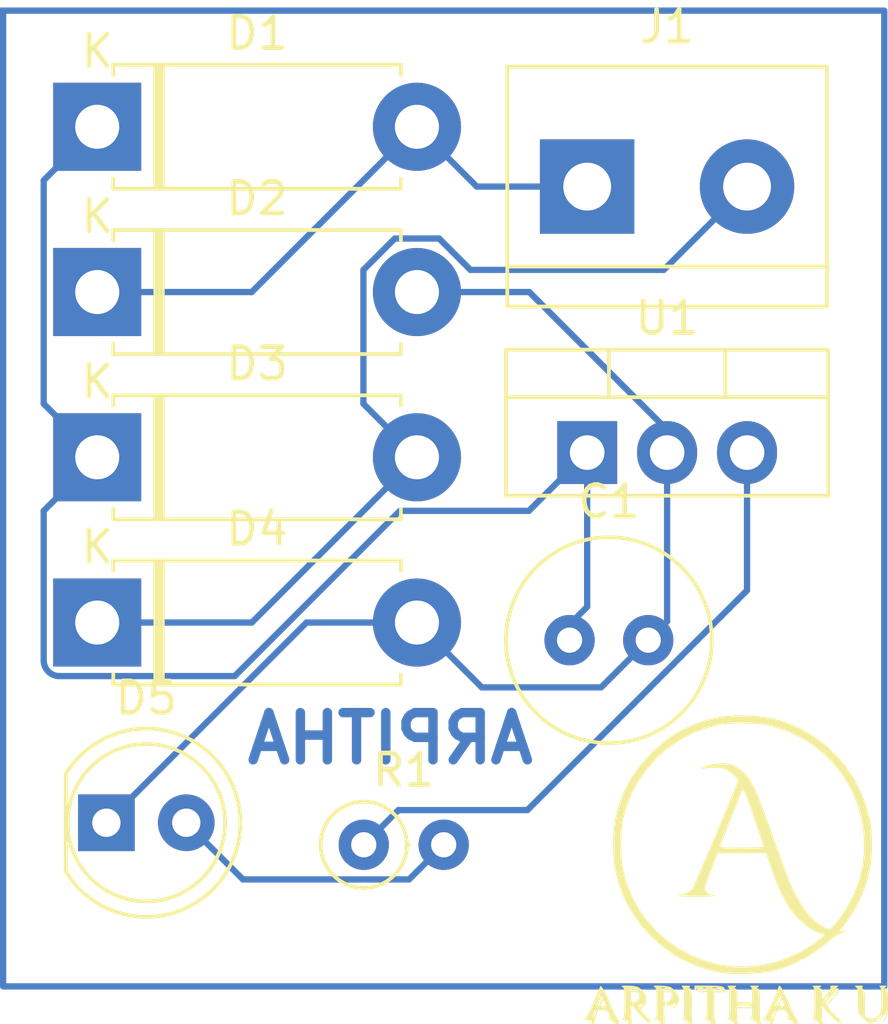
<source format=kicad_pcb>
(kicad_pcb (version 20241229) (generator "pcbnew") (generator_version "9.0")
  (layers (0 "F.Cu" signal) (2 "B.Cu" signal) (13 "F.Paste" user) (15 "B.Paste" user) (5 "F.SilkS" user "F.Silkscreen") (7 "B.SilkS" user "B.Silkscreen") (1 "F.Mask" user) (3 "B.Mask" user) (25 "Edge.Cuts" user))
  (net 0 "")
  (net 1 "GND")
  (net 2 "Net-(D1-K)")
  (net 3 "Net-(D5-A)")
  (net 4 "Net-(U1-OUT)")
  (net 5 "input1")
  (net 6 "input2")
  (footprint "Diode_THT:D_5W_P10.16mm_Horizontal" (layer "F.Cu") (at 113.49 86.44)
    (property "Reference" "D4" (at 5.08 -2.97 0) (layer "F.SilkS"))
    (property "Value" "D")
    (fp_line (start 0.51 -1.97) (end 9.65 -1.97) (stroke (width 0.12)) (layer "F.SilkS"))
    (fp_line (start 0.51 -1.64) (end 0.51 -1.97) (stroke (width 0.12)) (layer "F.SilkS"))
    (fp_line (start 0.51 1.64) (end 0.51 1.97) (stroke (width 0.12)) (layer "F.SilkS"))
    (fp_line (start 0.51 1.97) (end 9.65 1.97) (stroke (width 0.12)) (layer "F.SilkS"))
    (fp_line (start 1.845 -1.97) (end 1.845 1.97) (stroke (width 0.12)) (layer "F.SilkS"))
    (fp_line (start 1.965 -1.97) (end 1.965 1.97) (stroke (width 0.12)) (layer "F.SilkS"))
    (fp_line (start 2.085 -1.97) (end 2.085 1.97) (stroke (width 0.12)) (layer "F.SilkS"))
    (fp_line (start 9.65 -1.97) (end 9.65 -1.64) (stroke (width 0.12)) (layer "F.SilkS"))
    (fp_line (start 9.65 1.97) (end 9.65 1.64) (stroke (width 0.12)) (layer "F.SilkS"))
    (fp_text user "K" (at 0 -2.4 0) (layer "F.SilkS"))
    (pad "1" thru_hole rect (at 0 0) (size 2.8 2.8) (drill 1.4) (layers "*.Cu" "*.Mask") (net 6 "input2"))
    (pad "2" thru_hole oval (at 10.16 0) (size 2.8 2.8) (drill 1.4) (layers "*.Cu" "*.Mask") (net 1 "GND"))
  )
  (footprint "Diode_THT:D_5W_P10.16mm_Horizontal" (layer "F.Cu") (at 113.49 75.94)
    (property "Reference" "D2" (at 5.08 -2.97 0) (layer "F.SilkS"))
    (property "Value" "D")
    (fp_line (start 0.51 -1.97) (end 9.65 -1.97) (stroke (width 0.12)) (layer "F.SilkS"))
    (fp_line (start 0.51 -1.64) (end 0.51 -1.97) (stroke (width 0.12)) (layer "F.SilkS"))
    (fp_line (start 0.51 1.64) (end 0.51 1.97) (stroke (width 0.12)) (layer "F.SilkS"))
    (fp_line (start 0.51 1.97) (end 9.65 1.97) (stroke (width 0.12)) (layer "F.SilkS"))
    (fp_line (start 1.845 -1.97) (end 1.845 1.97) (stroke (width 0.12)) (layer "F.SilkS"))
    (fp_line (start 1.965 -1.97) (end 1.965 1.97) (stroke (width 0.12)) (layer "F.SilkS"))
    (fp_line (start 2.085 -1.97) (end 2.085 1.97) (stroke (width 0.12)) (layer "F.SilkS"))
    (fp_line (start 9.65 -1.97) (end 9.65 -1.64) (stroke (width 0.12)) (layer "F.SilkS"))
    (fp_line (start 9.65 1.97) (end 9.65 1.64) (stroke (width 0.12)) (layer "F.SilkS"))
    (fp_text user "K" (at 0 -2.4 0) (layer "F.SilkS"))
    (pad "1" thru_hole rect (at 0 0) (size 2.8 2.8) (drill 1.4) (layers "*.Cu" "*.Mask") (net 5 "input1"))
    (pad "2" thru_hole oval (at 10.16 0) (size 2.8 2.8) (drill 1.4) (layers "*.Cu" "*.Mask") (net 1 "GND"))
  )
  (footprint "Resistor_THT:R_Axial_DIN0207_L6.3mm_D2.5mm_P2.54mm_Vertical" (layer "F.Cu") (at 121.96 93.5)
    (property "Reference" "R1" (at 1.27 -2.37 0) (layer "F.SilkS"))
    (property "Value" "R")
    (fp_line (start 1.37 0) (end 1.44 0) (stroke (width 0.12)) (layer "F.SilkS"))
    (fp_circle (center 0 0) (end 1.37 0) (stroke (width 0.12)) (fill no) (layer "F.SilkS"))
    (pad "1" thru_hole circle (at 0 0) (size 1.6 1.6) (drill 0.8) (layers "*.Cu" "*.Mask") (net 4 "Net-(U1-OUT)"))
    (pad "2" thru_hole oval (at 2.54 0) (size 1.6 1.6) (drill 0.8) (layers "*.Cu" "*.Mask") (net 3 "Net-(D5-A)"))
  )
  (footprint "Package_TO_SOT_THT:TO-220-3_Vertical" (layer "F.Cu") (at 129.06 81.04)
    (property "Reference" "U1" (at 2.54 -4.27 0) (layer "F.SilkS"))
    (property "Value" "L7805")
    (fp_line (start -2.58 -3.27) (end -2.58 1.371) (stroke (width 0.12)) (layer "F.SilkS"))
    (fp_line (start -2.58 -3.27) (end 7.66 -3.27) (stroke (width 0.12)) (layer "F.SilkS"))
    (fp_line (start -2.58 -1.76) (end 7.66 -1.76) (stroke (width 0.12)) (layer "F.SilkS"))
    (fp_line (start -2.58 1.371) (end 7.66 1.371) (stroke (width 0.12)) (layer "F.SilkS"))
    (fp_line (start 0.69 -3.27) (end 0.69 -1.76) (stroke (width 0.12)) (layer "F.SilkS"))
    (fp_line (start 4.391 -3.27) (end 4.391 -1.76) (stroke (width 0.12)) (layer "F.SilkS"))
    (fp_line (start 7.66 -3.27) (end 7.66 1.371) (stroke (width 0.12)) (layer "F.SilkS"))
    (pad "1" thru_hole rect (at 0 0) (size 1.905 2) (drill 1.1) (layers "*.Cu" "*.Mask") (net 2 "Net-(D1-K)"))
    (pad "2" thru_hole oval (at 2.54 0) (size 1.905 2) (drill 1.1) (layers "*.Cu" "*.Mask") (net 1 "GND"))
    (pad "3" thru_hole oval (at 5.08 0) (size 1.905 2) (drill 1.1) (layers "*.Cu" "*.Mask") (net 4 "Net-(U1-OUT)"))
  )
  (footprint "Diode_THT:D_5W_P10.16mm_Horizontal" (layer "F.Cu") (at 113.49 81.19)
    (property "Reference" "D3" (at 5.08 -2.97 0) (layer "F.SilkS"))
    (property "Value" "D")
    (fp_line (start 0.51 -1.97) (end 9.65 -1.97) (stroke (width 0.12)) (layer "F.SilkS"))
    (fp_line (start 0.51 -1.64) (end 0.51 -1.97) (stroke (width 0.12)) (layer "F.SilkS"))
    (fp_line (start 0.51 1.64) (end 0.51 1.97) (stroke (width 0.12)) (layer "F.SilkS"))
    (fp_line (start 0.51 1.97) (end 9.65 1.97) (stroke (width 0.12)) (layer "F.SilkS"))
    (fp_line (start 1.845 -1.97) (end 1.845 1.97) (stroke (width 0.12)) (layer "F.SilkS"))
    (fp_line (start 1.965 -1.97) (end 1.965 1.97) (stroke (width 0.12)) (layer "F.SilkS"))
    (fp_line (start 2.085 -1.97) (end 2.085 1.97) (stroke (width 0.12)) (layer "F.SilkS"))
    (fp_line (start 9.65 -1.97) (end 9.65 -1.64) (stroke (width 0.12)) (layer "F.SilkS"))
    (fp_line (start 9.65 1.97) (end 9.65 1.64) (stroke (width 0.12)) (layer "F.SilkS"))
    (fp_text user "K" (at 0 -2.4 0) (layer "F.SilkS"))
    (pad "1" thru_hole rect (at 0 0) (size 2.8 2.8) (drill 1.4) (layers "*.Cu" "*.Mask") (net 2 "Net-(D1-K)"))
    (pad "2" thru_hole oval (at 10.16 0) (size 2.8 2.8) (drill 1.4) (layers "*.Cu" "*.Mask") (net 6 "input2"))
  )
  (footprint "Diode_THT:D_5W_P10.16mm_Horizontal" (layer "F.Cu") (at 113.49 70.69)
    (property "Reference" "D1" (at 5.08 -2.97 0) (layer "F.SilkS"))
    (property "Value" "D")
    (fp_line (start 0.51 -1.97) (end 9.65 -1.97) (stroke (width 0.12)) (layer "F.SilkS"))
    (fp_line (start 0.51 -1.64) (end 0.51 -1.97) (stroke (width 0.12)) (layer "F.SilkS"))
    (fp_line (start 0.51 1.64) (end 0.51 1.97) (stroke (width 0.12)) (layer "F.SilkS"))
    (fp_line (start 0.51 1.97) (end 9.65 1.97) (stroke (width 0.12)) (layer "F.SilkS"))
    (fp_line (start 1.845 -1.97) (end 1.845 1.97) (stroke (width 0.12)) (layer "F.SilkS"))
    (fp_line (start 1.965 -1.97) (end 1.965 1.97) (stroke (width 0.12)) (layer "F.SilkS"))
    (fp_line (start 2.085 -1.97) (end 2.085 1.97) (stroke (width 0.12)) (layer "F.SilkS"))
    (fp_line (start 9.65 -1.97) (end 9.65 -1.64) (stroke (width 0.12)) (layer "F.SilkS"))
    (fp_line (start 9.65 1.97) (end 9.65 1.64) (stroke (width 0.12)) (layer "F.SilkS"))
    (fp_text user "K" (at 0 -2.4 0) (layer "F.SilkS"))
    (pad "1" thru_hole rect (at 0 0) (size 2.8 2.8) (drill 1.4) (layers "*.Cu" "*.Mask") (net 2 "Net-(D1-K)"))
    (pad "2" thru_hole oval (at 10.16 0) (size 2.8 2.8) (drill 1.4) (layers "*.Cu" "*.Mask") (net 5 "input1"))
  )
  (footprint "TerminalBlock:TerminalBlock_bornier-2_P5.08mm" (layer "F.Cu") (at 129.06 72.59)
    (property "Reference" "J1" (at 2.54 -5.08 0) (layer "F.SilkS"))
    (property "Value" "Conn_01x02_Pin")
    (fp_line (start -2.54 -3.81) (end -2.54 3.81) (stroke (width 0.12)) (layer "F.SilkS"))
    (fp_line (start -2.54 3.81) (end 7.62 3.81) (stroke (width 0.12)) (layer "F.SilkS"))
    (fp_line (start 7.62 -3.81) (end -2.54 -3.81) (stroke (width 0.12)) (layer "F.SilkS"))
    (fp_line (start 7.62 2.54) (end -2.54 2.54) (stroke (width 0.12)) (layer "F.SilkS"))
    (fp_line (start 7.62 3.81) (end 7.62 -3.81) (stroke (width 0.12)) (layer "F.SilkS"))
    (pad "1" thru_hole rect (at 0 0) (size 3 3) (drill 1.52) (layers "*.Cu" "*.Mask") (net 5 "input1"))
    (pad "2" thru_hole circle (at 5.08 0) (size 3 3) (drill 1.52) (layers "*.Cu" "*.Mask") (net 6 "input2"))
  )
  (footprint "LED_THT:LED_D5.0mm" (layer "F.Cu") (at 113.78 92.8)
    (property "Reference" "D5" (at 1.27 -3.96 0) (layer "F.SilkS"))
    (property "Value" "LED")
    (fp_line (start -1.29 -1.545) (end -1.29 1.545) (stroke (width 0.12)) (layer "F.SilkS"))
    (fp_arc (start -1.29 -1.54483) (mid 2.071756 -2.880501) (end 4.26 -0.000048) (stroke (width 0.12)) (layer "F.SilkS"))
    (fp_arc (start 4.26 0.000048) (mid 2.071756 2.880501) (end -1.29 1.54483) (stroke (width 0.12)) (layer "F.SilkS"))
    (fp_circle (center 1.27 0) (end 3.77 0) (stroke (width 0.12)) (fill no) (layer "F.SilkS"))
    (pad "1" thru_hole rect (at 0 0) (size 1.8 1.8) (drill 0.9) (layers "*.Cu" "*.Mask") (net 1 "GND"))
    (pad "2" thru_hole circle (at 2.54 0) (size 1.8 1.8) (drill 0.9) (layers "*.Cu" "*.Mask") (net 3 "Net-(D5-A)"))
  )
  (footprint "LOGO" (layer "F.Cu") (at 134 93.5)
    (property "Reference" "G***" (hide yes))
    (property "Value" "LOGO" (hide yes))
    (fp_poly (pts (xy -2.852246 5.68948) (xy -2.867258 5.704491) (xy -2.88227 5.68948) (xy -2.867258 5.674468)) (fill yes) (layer "F.SilkS"))
    (fp_poly (pts (xy 4.413475 5.659456) (xy 4.398463 5.674468) (xy 4.383451 5.659456) (xy 4.398463 5.644444)) (fill yes) (layer "F.SilkS"))
    (fp_poly (pts (xy 4.345296 5.686352) (xy 4.336342 5.699998) (xy 4.30589 5.702121) (xy 4.273854 5.694789) (xy 4.287751 5.683982) (xy 4.334674 5.680403)) (fill yes) (layer "F.SilkS"))
    (fp_poly (pts (xy -1.712341 4.475638) (xy -1.671923 4.48455) (xy -1.670805 4.504103) (xy -1.681324 4.518558) (xy -1.70131 4.5543) (xy -1.669819 4.565576) (xy -1.662483 4.565963) (xy -1.632223 4.573692) (xy -1.643795 4.583477) (xy -1.678567 4.614702) (xy -1.681324 4.626142) (xy -1.657567 4.65173) (xy -1.643795 4.653659) (xy -1.629448 4.66787) (xy -1.619497 4.714856) (xy -1.613534 4.801133) (xy -1.611151 4.933223) (xy -1.61194 5.117644) (xy -1.612372 5.155647) (xy -1.613428 5.359343) (xy -1.610726 5.508472) (xy -1.603959 5.608415) (xy -1.592818 5.664553) (xy -1.582349 5.680606) (xy -1.581467 5.696312) (xy -1.631234 5.703829) (xy -1.642852 5.704032) (xy -1.708655 5.697627) (xy -1.725926 5.673647) (xy -1.722205 5.659456) (xy -1.725215 5.626144) (xy -1.775716 5.614287) (xy -1.790701 5.613961) (xy -1.844888 5.609529) (xy -1.845111 5.594357) (xy -1.831442 5.584397) (xy -1.812472 5.56392) (xy -1.844912 5.555107) (xy -1.876478 5.55392) (xy -1.93357 5.550022) (xy -1.9371 5.537321) (xy -1.914007 5.521945) (xy -1.893615 5.503954) (xy -1.87923 5.471395) (xy -1.869837 5.414914) (xy -1.864423 5.325161) (xy -1.861974 5.192782) (xy -1.861466 5.037338) (xy -1.862436 4.856594) (xy -1.865974 4.726225) (xy -1.873022 4.63658) (xy -1.884523 4.578009) (xy -1.901419 4.540861) (xy -1.911155 4.528428) (xy -1.93602 4.496696) (xy -1.929436 4.480368) (xy -1.881306 4.474346) (xy -1.802396 4.473522)) (fill yes) (layer "F.SilkS"))
    (fp_poly (pts (xy 4.545395 4.475082) (xy 4.577476 4.482822) (xy 4.567161 4.501327) (xy 4.546814 4.517603) (xy 4.508744 4.550316) (xy 4.518813 4.561467) (xy 4.540133 4.562638) (xy 4.577075 4.580776) (xy 4.57445 4.608629) (xy 4.575771 4.647187) (xy 4.590404 4.653664) (xy 4.604589 4.681416) (xy 4.614739 4.755842) (xy 4.620759 4.8637) (xy 4.622555 4.991746) (xy 4.620031 5.126737) (xy 4.613093 5.25543) (xy 4.601646 5.364581) (xy 4.59575 5.399981) (xy 4.56466 5.497476) (xy 4.518373 5.579103) (xy 4.5042 5.595134) (xy 4.437926 5.659456) (xy 4.500647 5.554373) (xy 4.541213 5.472069) (xy 4.562455 5.400982) (xy 4.563369 5.389243) (xy 4.557656 5.359727) (xy 4.536296 5.376987) (xy 4.504867 5.425141) (xy 4.405863 5.542301) (xy 4.281067 5.606589) (xy 4.176312 5.62227) (xy 4.092353 5.631936) (xy 4.055943 5.649216) (xy 4.071509 5.669248) (xy 4.120744 5.683303) (xy 4.166576 5.693411) (xy 4.154639 5.698225) (xy 4.125249 5.700403) (xy 4.064214 5.685853) (xy 3.982319 5.644333) (xy 3.944031 5.61889) (xy 3.887132 5.572463) (xy 4.190834 5.572463) (xy 4.194391 5.582494) (xy 4.247051 5.572223) (xy 4.306558 5.549746) (xy 4.379696 5.497953) (xy 4.432198 5.437157) (xy 4.481786 5.35922) (xy 4.395089 5.440063) (xy 4.317646 5.501893) (xy 4.241935 5.547058) (xy 4.233333 5.550748) (xy 4.190834 5.572463) (xy 3.887132 5.572463) (xy 3.85138 5.543291) (xy 3.76477 5.459389) (xy 3.744372 5.436444) (xy 3.71091 5.394233) (xy 3.688143 5.353342) (xy 3.674015 5.301573) (xy 3.666467 5.226727) (xy 3.663443 5.116607) (xy 3.662884 4.959013) (xy 3.662884 4.953299) (xy 3.662283 4.793966) (xy 3.659361 4.68378) (xy 3.652439 4.611847) (xy 3.639837 4.567271) (xy 3.619878 4.539156) (xy 3.596156 4.52026) (xy 3.561588 4.493415) (xy 3.562689 4.4795) (xy 3.607949 4.474282) (xy 3.689903 4.473522) (xy 3.780742 4.475605) (xy 3.821929 4.484373) (xy 3.82379 4.503602) (xy 3.813002 4.518558) (xy 3.790889 4.55462) (xy 3.812538 4.563593) (xy 3.835826 4.58523) (xy 3.832168 4.608629) (xy 3.835006 4.647119) (xy 3.851474 4.653635) (xy 3.86747 4.671429) (xy 3.878496 4.728908) (xy 3.885116 4.832169) (xy 3.887893 4.987308) (xy 3.888061 5.050238) (xy 3.888061 5.44687) (xy 3.967688 5.491623) (xy 4.076552 5.521064) (xy 4.191606 5.500436) (xy 4.295621 5.434963) (xy 4.344912 5.377297) (xy 4.374661 5.327432) (xy 4.394365 5.274356) (xy 4.406047 5.204624) (xy 4.411728 5.104792) (xy 4.413433 4.961416) (xy 4.413475 4.921581) (xy 4.411824 4.760877) (xy 4.406052 4.649706) (xy 4.394929 4.577623) (xy 4.377227 4.534184) (xy 4.366295 4.520702) (xy 4.34376 4.492489) (xy 4.356658 4.4785) (xy 4.414891 4.47386) (xy 4.462104 4.473522)) (fill yes) (layer "F.SilkS"))
    (fp_poly (pts (xy -2.492418 4.479734) (xy -2.369888 4.496429) (xy -2.296267 4.516849) (xy -2.210268 4.575811) (xy -2.125572 4.670699) (xy -2.056218 4.781262) (xy -2.016246 4.887252) (xy -2.011584 4.927451) (xy -2.030874 5.003407) (xy -2.078874 5.085703) (xy -2.140782 5.15504) (xy -2.201792 5.192114) (xy -2.216087 5.19409) (xy -2.241205 5.18693) (xy -2.216871 5.160754) (xy -2.198407 5.147352) (xy -2.142886 5.097666) (xy -2.136329 5.068483) (xy -2.175301 5.0691) (xy -2.220259 5.088236) (xy -2.286049 5.11493) (xy -2.351421 5.130942) (xy -2.401773 5.135002) (xy -2.422502 5.125842) (xy -2.401892 5.104019) (xy -2.378912 5.082323) (xy -2.408979 5.074841) (xy -2.426955 5.074455) (xy -2.458074 5.076221) (xy -2.477874 5.089128) (xy -2.48839 5.123847) (xy -2.491657 5.191053) (xy -2.489712 5.301418) (xy -2.487002 5.389271) (xy -2.476951 5.704547) (xy -2.563192 5.704519) (xy -2.620318 5.699976) (xy -2.62715 5.680597) (xy -2.612057 5.659456) (xy -2.594345 5.627613) (xy -2.621556 5.615454) (xy -2.660922 5.613961) (xy -2.715364 5.609536) (xy -2.715845 5.594414) (xy -2.702128 5.584397) (xy -2.685598 5.564601) (xy -2.71996 5.554974) (xy -2.762175 5.55293) (xy -2.826901 5.549675) (xy -2.837211 5.541181) (xy -2.799705 5.523414) (xy -2.77409 5.510911) (xy -2.755935 5.491109) (xy -2.743956 5.454669) (xy -2.736872 5.392251) (xy -2.733399 5.294517) (xy -2.732255 5.152126) (xy -2.732152 5.031629) (xy -2.732551 4.854835) (xy -2.732648 4.848818) (xy -2.491963 4.848818) (xy -2.489223 4.944512) (xy -2.477716 4.994357) (xy -2.452509 5.012427) (xy -2.434094 5.013948) (xy -2.376465 4.991702) (xy -2.31642 4.937864) (xy -2.314 4.93484) (xy -2.269565 4.852399) (xy -2.251773 4.76971) (xy -2.256912 4.714507) (xy -2.283764 4.689965) (xy -2.349481 4.683799) (xy -2.371868 4.683688) (xy -2.491963 4.683688) (xy -2.491963 4.848818) (xy -2.732648 4.848818) (xy -2.734596 4.728351) (xy -2.739558 4.642441) (xy -2.742681 4.62364) (xy -2.55201 4.62364) (xy -2.525154 4.641448) (xy -2.457114 4.652211) (xy -2.415132 4.653664) (xy -2.331683 4.647954) (xy -2.295851 4.632274) (xy -2.296809 4.62364) (xy -2.336174 4.604449) (xy -2.410845 4.594165) (xy -2.433687 4.593617) (xy -2.508233 4.600369) (xy -2.549257 4.617208) (xy -2.55201 4.62364) (xy -2.742681 4.62364) (xy -2.748706 4.58737) (xy -2.763311 4.5534) (xy -2.765011 4.551599) (xy -2.583872 4.551599) (xy -2.542357 4.556337) (xy -2.521986 4.556627) (xy -2.467364 4.553497) (xy -2.460926 4.545704) (xy -2.469445 4.542897) (xy -2.545592 4.538228) (xy -2.574528 4.542897) (xy -2.583872 4.551599) (xy -2.765011 4.551599) (xy -2.784643 4.530797) (xy -2.798879 4.52026) (xy -2.82826 4.496919) (xy -2.828292 4.482993) (xy -2.790393 4.476068) (xy -2.705984 4.473729) (xy -2.632785 4.473522)) (fill yes) (layer "F.SilkS"))
    (fp_poly (pts (xy -0.901327 4.475426) (xy -0.76123 4.482288) (xy -0.665762 4.495837) (xy -0.607255 4.5178) (xy -0.578045 4.549907) (xy -0.57045 4.591472) (xy -0.548864 4.622339) (xy -0.540426 4.62364) (xy -0.512483 4.647353) (xy -0.510339 4.66117) (xy -0.529575 4.682018) (xy -0.592542 4.69079) (xy -0.706837 4.688572) (xy -0.903399 4.678445) (xy -0.899272 5.153939) (xy -0.895842 5.330736) (xy -0.889235 5.479672) (xy -0.880098 5.591297) (xy -0.869077 5.656158) (xy -0.864228 5.666962) (xy -0.856121 5.693389) (xy -0.896441 5.703764) (xy -0.926115 5.704491) (xy -0.989974 5.697259) (xy -1.005091 5.671587) (xy -1.001638 5.659456) (xy -1.004647 5.626144) (xy -1.055149 5.614287) (xy -1.070133 5.613961) (xy -1.12432 5.609529) (xy -1.124544 5.594357) (xy -1.110875 5.584397) (xy -1.091904 5.56392) (xy -1.124345 5.555107) (xy -1.15591 5.55392) (xy -1.213003 5.550022) (xy -1.216532 5.537321) (xy -1.19344 5.521945) (xy -1.172034 5.502848) (xy -1.157287 5.468221) (xy -1.148005 5.408139) (xy -1.142999 5.312683) (xy -1.141076 5.171929) (xy -1.140899 5.084361) (xy -1.140899 4.677381) (xy -1.260993 4.688833) (xy -1.347773 4.688898) (xy -1.380831 4.667905) (xy -1.381088 4.66482) (xy -1.355471 4.64274) (xy -1.276967 4.643478) (xy -1.260993 4.645462) (xy -1.174437 4.649274) (xy -1.1412 4.630781) (xy -1.140899 4.627594) (xy -1.145381 4.62364) (xy -0.960757 4.62364) (xy -0.933754 4.640767) (xy -0.864713 4.651638) (xy -0.810639 4.653664) (xy -0.725005 4.648263) (xy -0.687172 4.638652) (xy -0.630497 4.638652) (xy -0.615485 4.653664) (xy -0.600473 4.638652) (xy -0.615485 4.62364) (xy -0.630497 4.638652) (xy -0.687172 4.638652) (xy -0.670651 4.634455) (xy -0.66052 4.62364) (xy -0.687523 4.606514) (xy -0.756564 4.595643) (xy -0.810639 4.593617) (xy -0.896273 4.599017) (xy -0.950626 4.612825) (xy -0.960757 4.62364) (xy -1.145381 4.62364) (xy -1.166537 4.604978) (xy -1.22863 4.594899) (xy -1.304945 4.597182) (xy -1.373251 4.611656) (xy -1.405107 4.629645) (xy -1.433581 4.646114) (xy -1.442053 4.609078) (xy -1.44209 4.607127) (xy -1.445211 4.566481) (xy -1.461496 4.574052) (xy -1.487125 4.606861) (xy -1.517247 4.641904) (xy -1.529135 4.631086) (xy -1.531206 4.569331) (xy -1.531206 4.552344) (xy -1.26516 4.552344) (xy -1.225281 4.557542) (xy -1.215958 4.55774) (xy -1.164683 4.554495) (xy -1.162009 4.548928) (xy -0.973673 4.548928) (xy -0.941223 4.553655) (xy -0.885698 4.555006) (xy -0.814496 4.553098) (xy -0.78847 4.547747) (xy -0.80272 4.542458) (xy -0.885087 4.537052) (xy -0.952838 4.542049) (xy -0.973673 4.548928) (xy -1.162009 4.548928) (xy -1.160168 4.545096) (xy -1.162845 4.543899) (xy -1.222448 4.53796) (xy -1.252916 4.542787) (xy -1.26516 4.552344) (xy -1.531206 4.552344) (xy -1.531206 4.473522) (xy -1.093719 4.473522)) (fill yes) (layer "F.SilkS"))
    (fp_poly (pts (xy -3.479059 4.482245) (xy -3.351251 4.507486) (xy -3.317196 4.520768) (xy -3.218832 4.591112) (xy -3.132125 4.69401) (xy -3.071292 4.808837) (xy -3.050402 4.907743) (xy -3.069085 5.009939) (xy -3.116822 5.104588) (xy -3.181151 5.170563) (xy -3.214505 5.185907) (xy -3.242148 5.198984) (xy -3.242391 5.225297) (xy -3.211348 5.276886) (xy -3.16481 5.33992) (xy -3.091934 5.423981) (xy -3.017903 5.490528) (xy -2.978245 5.515489) (xy -2.935234 5.541064) (xy -2.939197 5.554773) (xy -2.942317 5.555129) (xy -2.961586 5.564498) (xy -2.927305 5.584397) (xy -2.867258 5.6102) (xy -2.927305 5.61277) (xy -2.966827 5.619243) (xy -2.950749 5.638842) (xy -2.942317 5.644444) (xy -2.913434 5.667827) (xy -2.93855 5.673898) (xy -2.945596 5.674008) (xy -3.003326 5.651942) (xy -3.085374 5.591917) (xy -3.18053 5.504387) (xy -3.27759 5.399805) (xy -3.365345 5.288623) (xy -3.377828 5.270842) (xy -3.439521 5.18664) (xy -3.474722 5.145251) (xy -3.317236 5.145251) (xy -3.311941 5.162232) (xy -3.299748 5.163398) (xy -3.244754 5.143102) (xy -3.197518 5.104019) (xy -3.165454 5.058867) (xy -3.176004 5.046855) (xy -3.221707 5.067984) (xy -3.272577 5.104019) (xy -3.317236 5.145251) (xy -3.474722 5.145251) (xy -3.490518 5.126678) (xy -3.519613 5.104019) (xy -3.532009 5.131262) (xy -3.539067 5.202424) (xy -3.541188 5.30165) (xy -3.538775 5.413084) (xy -3.53223 5.520875) (xy -3.521954 5.609166) (xy -3.50835 5.662103) (xy -3.505338 5.666962) (xy -3.498515 5.693086) (xy -3.539796 5.70364) (xy -3.572814 5.704491) (xy -3.635905 5.700608) (xy -3.649106 5.683995) (xy -3.632861 5.659456) (xy -3.61605 5.629121) (xy -3.641185 5.616342) (xy -3.696738 5.613961) (xy -3.759202 5.609762) (xy -3.767623 5.596018) (xy -3.752955 5.584397) (xy -3.73384 5.563722) (xy -3.766021 5.554201) (xy -3.797991 5.552463) (xy -3.847134 5.546064) (xy -3.846878 5.534115) (xy -3.843026 5.532489) (xy -3.809743 5.515079) (xy -3.785886 5.486094) (xy -3.769896 5.436416) (xy -3.760215 5.356928) (xy -3.755286 5.238512) (xy -3.75355 5.072053) (xy -3.753415 5.008144) (xy -3.753662 4.848818) (xy -3.54279 4.848818) (xy -3.536204 4.954832) (xy -3.511856 5.007772) (xy -3.462856 5.013616) (xy -3.389261 4.982099) (xy -3.326277 4.919987) (xy -3.288442 4.830028) (xy -3.288136 4.7421) (xy -3.288848 4.739769) (xy -3.318868 4.700579) (xy -3.385597 4.684847) (xy -3.424719 4.683688) (xy -3.54279 4.683688) (xy -3.54279 4.848818) (xy -3.753662 4.848818) (xy -3.753681 4.836456) (xy -3.755806 4.714768) (xy -3.761154 4.633036) (xy -3.764166 4.617326) (xy -3.589658 4.617326) (xy -3.587825 4.62364) (xy -3.54852 4.642712) (xy -3.473658 4.653052) (xy -3.449175 4.653664) (xy -3.373974 4.647251) (xy -3.345804 4.629955) (xy -3.347636 4.62364) (xy -3.386942 4.604569) (xy -3.461804 4.594228) (xy -3.486286 4.593617) (xy -3.561487 4.60003) (xy -3.589658 4.617326) (xy -3.764166 4.617326) (xy -3.77109 4.581215) (xy -3.786978 4.54926) (xy -3.810181 4.527126) (xy -3.819683 4.52026) (xy -3.84895 4.496996) (xy -3.848996 4.483077) (xy -3.811245 4.476121) (xy -3.727126 4.473743) (xy -3.651585 4.473522)) (fill yes) (layer "F.SilkS"))
    (fp_poly (pts (xy 0.47021 4.475216) (xy 0.515844 4.480992) (xy 0.519404 4.494988) (xy 0.493622 4.517603) (xy 0.455552 4.550316) (xy 0.465621 4.561467) (xy 0.486942 4.562638) (xy 0.523884 4.580776) (xy 0.521259 4.608629) (xy 0.519043 4.647367) (xy 0.529707 4.653661) (xy 0.537994 4.682012) (xy 0.544435 4.760414) (xy 0.548626 4.878886) (xy 0.550161 5.027451) (xy 0.549483 5.14034) (xy 0.549055 5.346659) (xy 0.553234 5.505447) (xy 0.561817 5.61267) (xy 0.574605 5.664298) (xy 0.575677 5.665756) (xy 0.585731 5.69287) (xy 0.548604 5.703578) (xy 0.51502 5.704491) (xy 0.451161 5.697259) (xy 0.436044 5.671587) (xy 0.439497 5.659456) (xy 0.436487 5.626144) (xy 0.385986 5.614287) (xy 0.371001 5.613961) (xy 0.316814 5.609529) (xy 0.316591 5.594357) (xy 0.33026 5.584397) (xy 0.34923 5.56392) (xy 0.31679 5.555107) (xy 0.285224 5.55392) (xy 0.228132 5.550022) (xy 0.224602 5.537321) (xy 0.247695 5.521945) (xy 0.282569 5.481652) (xy 0.298263 5.404679) (xy 0.300236 5.342716) (xy 0.300236 5.19409) (xy 0.058033 5.19409) (xy -0.184171 5.19409) (xy -0.178039 5.411761) (xy -0.171126 5.524179) (xy -0.158716 5.614929) (xy -0.143406 5.665452) (xy -0.142324 5.666962) (xy -0.135682 5.693495) (xy -0.177864 5.703847) (xy -0.205547 5.704491) (xy -0.269406 5.697259) (xy -0.284524 5.671587) (xy -0.28107 5.659456) (xy -0.28408 5.626144) (xy -0.334582 5.614287) (xy -0.349566 5.613961) (xy -0.403753 5.609529) (xy -0.403976 5.594357) (xy -0.390308 5.584397) (xy -0.371337 5.56392) (xy -0.403778 5.555107) (xy -0.435343 5.55392) (xy -0.492435 5.550022) (xy -0.495965 5.537321) (xy -0.472873 5.521945) (xy -0.45293 5.50443) (xy -0.438717 5.472752) (xy -0.429292 5.417808) (xy -0.423714 5.330498) (xy -0.421041 5.201719) (xy -0.420773 5.134042) (xy -0.180142 5.134042) (xy -0.152051 5.148911) (xy -0.07536 5.159359) (xy 0.03856 5.163966) (xy 0.060047 5.164066) (xy 0.178995 5.160555) (xy 0.262581 5.150968) (xy 0.299435 5.136728) (xy 0.300236 5.134042) (xy 0.272145 5.119174) (xy 0.195454 5.108725) (xy 0.081534 5.104119) (xy 0.060047 5.104019) (xy -0.058901 5.10753) (xy -0.142487 5.117116) (xy -0.179342 5.131356) (xy -0.180142 5.134042) (xy -0.420773 5.134042) (xy -0.420332 5.022369) (xy -0.420331 5.013948) (xy -0.420981 4.832368) (xy -0.423556 4.701726) (xy -0.428999 4.61292) (xy -0.43825 4.556848) (xy -0.452252 4.524408) (xy -0.471946 4.506498) (xy -0.472873 4.505951) (xy -0.488877 4.488683) (xy -0.458992 4.478795) (xy -0.376992 4.474728) (xy -0.34704 4.474435) (xy -0.250358 4.475216) (xy -0.204723 4.480992) (xy -0.201164 4.494988) (xy -0.226945 4.517603) (xy -0.265015 4.550316) (xy -0.254946 4.561467) (xy -0.233626 4.562638) (xy -0.196684 4.580776) (xy -0.199308 4.608629) (xy -0.201526 4.647339) (xy -0.19086 4.653609) (xy -0.177039 4.680794) (xy -0.167699 4.751254) (xy -0.16513 4.826245) (xy -0.16513 4.998936) (xy 0.067553 5.007705) (xy 0.300236 5.016474) (xy 0.300236 4.776513) (xy 0.297905 4.651012) (xy 0.289218 4.572347) (xy 0.271633 4.527429) (xy 0.247695 4.505951) (xy 0.23169 4.488683) (xy 0.261576 4.478795) (xy 0.343575 4.474728) (xy 0.373528 4.474435)) (fill yes) (layer "F.SilkS"))
    (fp_poly (pts (xy -4.43995 4.566252) (xy -4.401848 4.626588) (xy -4.347904 4.730245) (xy -4.284218 4.864648) (xy -4.216887 5.017222) (xy -4.188862 5.084003) (xy -4.123554 5.236293) (xy -4.060992 5.371676) (xy -4.006707 5.478917) (xy -3.966231 5.54678) (xy -3.953549 5.561879) (xy -3.920603 5.600684) (xy -3.93218 5.61442) (xy -3.955337 5.623326) (xy -3.933546 5.658914) (xy -3.933097 5.659456) (xy -3.91603 5.690156) (xy -3.941674 5.702613) (xy -3.99268 5.704491) (xy -4.058678 5.697754) (xy -4.076067 5.673655) (xy -4.072358 5.659456) (xy -4.075649 5.625592) (xy -4.12737 5.614118) (xy -4.136699 5.613961) (xy -4.188592 5.609462) (xy -4.186468 5.593822) (xy -4.173286 5.584397) (xy -4.154171 5.563722) (xy -4.186351 5.554201) (xy -4.218322 5.552463) (xy -4.26944 5.546491) (xy -4.273593 5.535717) (xy -4.270863 5.534489) (xy -4.238297 5.492021) (xy -4.240098 5.413774) (xy -4.268177 5.330609) (xy -4.298078 5.283222) (xy -4.344052 5.260643) (xy -4.426165 5.254238) (xy -4.445905 5.254137) (xy -4.588792 5.254137) (xy -4.643046 5.411761) (xy -4.673615 5.513043) (xy -4.692838 5.600825) (xy -4.696329 5.636938) (xy -4.706893 5.685574) (xy -4.751926 5.703213) (xy -4.785332 5.704491) (xy -4.845009 5.702173) (xy -4.851325 5.68904) (xy -4.817027 5.660411) (xy -4.783209 5.631117) (xy -4.793116 5.618514) (xy -4.854516 5.61505) (xy -4.86383 5.614916) (xy -4.92832 5.610163) (xy -4.93874 5.596499) (xy -4.923877 5.584397) (xy -4.907512 5.564785) (xy -4.942212 5.555806) (xy -4.983925 5.55439) (xy -5.051694 5.552573) (xy -5.064764 5.544309) (xy -5.028479 5.522886) (xy -5.014617 5.515848) (xy -5.003491 5.506762) (xy -4.74991 5.506762) (xy -4.731056 5.489633) (xy -4.697058 5.427784) (xy -4.66984 5.366725) (xy -4.645944 5.297138) (xy -4.642354 5.257577) (xy -4.646786 5.254137) (xy -4.669959 5.279778) (xy -4.702925 5.345328) (xy -4.7235 5.3965) (xy -4.748948 5.476582) (xy -4.74991 5.506762) (xy -5.003491 5.506762) (xy -4.980591 5.48806) (xy -4.941087 5.433053) (xy -4.892504 5.344049) (xy -4.831242 5.21427) (xy -4.791637 5.1237) (xy -4.599766 5.1237) (xy -4.596439 5.134042) (xy -4.570262 5.10878) (xy -4.568734 5.105985) (xy -4.516653 5.105985) (xy -4.501226 5.130032) (xy -4.441937 5.134042) (xy -4.379314 5.130935) (xy -4.353428 5.123511) (xy -4.362285 5.090938) (xy -4.383861 5.025711) (xy -4.386377 5.018464) (xy -4.417675 4.953447) (xy -4.448283 4.946333) (xy -4.481295 4.997821) (xy -4.499028 5.043916) (xy -4.516653 5.105985) (xy -4.568734 5.105985) (xy -4.535521 5.04524) (xy -4.521818 5.01334) (xy -4.493786 4.931679) (xy -4.476429 4.859367) (xy -4.472429 4.811913) (xy -4.484466 4.804825) (xy -4.486021 4.806284) (xy -4.509357 4.845978) (xy -4.538646 4.916107) (xy -4.567642 4.998132) (xy -4.590097 5.07351) (xy -4.599766 5.1237) (xy -4.791637 5.1237) (xy -4.763337 5.058983) (xy -4.683688 5.058983) (xy -4.668676 5.073995) (xy -4.653665 5.058983) (xy -4.668676 5.043971) (xy -4.683688 5.058983) (xy -4.763337 5.058983) (xy -4.753698 5.036939) (xy -4.737546 4.998936) (xy -4.653665 4.998936) (xy -4.638653 5.013948) (xy -4.623641 4.998936) (xy -4.638653 4.983924) (xy -4.653665 4.998936) (xy -4.737546 4.998936) (xy -4.727807 4.976022) (xy -4.6994 4.908865) (xy -4.623641 4.908865) (xy -4.608629 4.923877) (xy -4.593617 4.908865) (xy -4.608629 4.893853) (xy -4.623641 4.908865) (xy -4.6994 4.908865) (xy -4.674001 4.848818) (xy -4.592698 4.848818) (xy -4.580309 4.854188) (xy -4.563594 4.833806) (xy -4.538188 4.779072) (xy -4.53449 4.758747) (xy -4.546879 4.753376) (xy -4.563594 4.773759) (xy -4.588999 4.828492) (xy -4.592698 4.848818) (xy -4.674001 4.848818) (xy -4.610502 4.698699) (xy -4.53357 4.698699) (xy -4.518558 4.713711) (xy -4.503546 4.698699) (xy -4.518558 4.683688) (xy -4.53357 4.698699) (xy -4.610502 4.698699) (xy -4.515388 4.473836)) (fill yes) (layer "F.SilkS"))
    (fp_poly (pts (xy 3.004094 4.474938) (xy 3.04275 4.481781) (xy 3.039267 4.497946) (xy 3.015608 4.517603) (xy 2.975146 4.550656) (xy 2.982757 4.56129) (xy 3.015608 4.562638) (xy 3.05607 4.565751) (xy 3.048459 4.582017) (xy 3.015608 4.607674) (xy 2.976345 4.640602) (xy 2.988774 4.651344) (xy 3.026534 4.652709) (xy 3.062103 4.656534) (xy 3.067381 4.673473) (xy 3.038446 4.713765) (xy 2.97731 4.781264) (xy 2.852709 4.919044) (xy 2.763695 5.025218) (xy 2.713174 5.096176) (xy 2.702262 5.123364) (xy 2.722609 5.163806) (xy 2.775215 5.231158) (xy 2.847788 5.312605) (xy 2.928034 5.395332) (xy 3.003661 5.466522) (xy 3.062376 5.513359) (xy 3.087327 5.524809) (xy 3.120517 5.52963) (xy 3.098595 5.550347) (xy 3.092435 5.554373) (xy 3.066827 5.57733) (xy 3.096052 5.585655) (xy 3.107446 5.586307) (xy 3.140079 5.594195) (xy 3.129777 5.604343) (xy 3.105417 5.633862) (xy 3.109031 5.647008) (xy 3.100626 5.670486) (xy 3.078557 5.674468) (xy 3.033573 5.653172) (xy 2.95987 5.595648) (xy 2.867592 5.511444) (xy 2.766885 5.410106) (xy 2.667894 5.30118) (xy 2.615937 5.239125) (xy 2.518937 5.11903) (xy 2.524324 5.374231) (xy 2.530143 5.495515) (xy 2.540927 5.59551) (xy 2.554676 5.657595) (xy 2.559549 5.666962) (xy 2.566473 5.693474) (xy 2.524651 5.703831) (xy 2.49658 5.704491) (xy 2.432721 5.697259) (xy 2.417604 5.671587) (xy 2.421057 5.659456) (xy 2.418048 5.626144) (xy 2.367546 5.614287) (xy 2.352562 5.613961) (xy 2.298375 5.609529) (xy 2.298151 5.594357) (xy 2.31182 5.584397) (xy 2.330791 5.56392) (xy 2.29835 5.555107) (xy 2.266785 5.55392) (xy 2.209692 5.550022) (xy 2.206163 5.537321) (xy 2.229255 5.521945) (xy 2.249198 5.50443) (xy 2.263411 5.472752) (xy 2.272836 5.417808) (xy 2.278414 5.330498) (xy 2.281087 5.201719) (xy 2.281688 5.049732) (xy 2.64208 5.049732) (xy 2.652985 5.071598) (xy 2.687919 5.051949) (xy 2.750212 4.987985) (xy 2.833914 4.888372) (xy 2.912424 4.789558) (xy 2.956055 4.727972) (xy 2.969338 4.695541) (xy 2.956805 4.68419) (xy 2.948788 4.683688) (xy 2.918173 4.705423) (xy 2.863674 4.76115) (xy 2.797205 4.83665) (xy 2.73068 4.917704) (xy 2.676012 4.990094) (xy 2.645115 5.039602) (xy 2.64208 5.049732) (xy 2.281688 5.049732) (xy 2.281796 5.022369) (xy 2.281796 5.013948) (xy 2.28176 5.003906) (xy 2.560037 5.003906) (xy 2.56136 5.013948) (xy 2.585716 4.99246) (xy 2.635527 4.936584) (xy 2.689509 4.871335) (xy 2.737552 4.808078) (xy 2.754115 4.778225) (xy 2.735743 4.788061) (xy 2.734921 4.78877) (xy 2.683865 4.839518) (xy 2.629863 4.902456) (xy 2.58467 4.962335) (xy 2.560037 5.003906) (xy 2.28176 5.003906) (xy 2.281147 4.832368) (xy 2.278572 4.701726) (xy 2.273129 4.61292) (xy 2.263877 4.556848) (xy 2.249875 4.524408) (xy 2.230182 4.506498) (xy 2.229255 4.505951) (xy 2.21325 4.488683) (xy 2.243136 4.478795) (xy 2.325135 4.474728) (xy 2.355088 4.474435) (xy 2.45177 4.475216) (xy 2.497404 4.480992) (xy 2.500964 4.494988) (xy 2.475183 4.517603) (xy 2.437113 4.550316) (xy 2.447182 4.561467) (xy 2.468502 4.562638) (xy 2.505444 4.580776) (xy 2.502819 4.608629) (xy 2.500982 4.64735) (xy 2.512061 4.653664) (xy 2.526091 4.680081) (xy 2.529053 4.74614) (xy 2.527131 4.773759) (xy 2.523447 4.848772) (xy 2.528123 4.890676) (xy 2.531411 4.893853) (xy 2.556342 4.872071) (xy 2.607516 4.814618) (xy 2.674454 4.733332) (xy 2.683135 4.722429) (xy 2.713413 4.681733) (xy 2.829583 4.681733) (xy 2.83369 4.683688) (xy 2.861089 4.662552) (xy 2.867257 4.653664) (xy 2.874908 4.625595) (xy 2.870801 4.62364) (xy 2.843402 4.644776) (xy 2.837234 4.653664) (xy 2.829583 4.681733) (xy 2.713413 4.681733) (xy 2.755978 4.624522) (xy 2.790803 4.560118) (xy 2.79204 4.520248) (xy 2.786974 4.512263) (xy 2.779704 4.489512) (xy 2.812283 4.477556) (xy 2.893898 4.4736) (xy 2.914355 4.473522)) (fill yes) (layer "F.SilkS"))
    (fp_poly (pts (xy 1.197307 4.494672) (xy 1.246163 4.560272) (xy 1.308242 4.673553) (xy 1.385329 4.837742) (xy 1.472154 5.039207) (xy 1.538264 5.192319) (xy 1.600202 5.327175) (xy 1.652868 5.433298) (xy 1.691159 5.500207) (xy 1.704676 5.516844) (xy 1.731724 5.546592) (xy 1.724592 5.554833) (xy 1.72073 5.567673) (xy 1.741371 5.584397) (xy 1.771263 5.608003) (xy 1.748798 5.614632) (xy 1.741371 5.614916) (xy 1.718063 5.623799) (xy 1.744592 5.652659) (xy 1.754615 5.660411) (xy 1.787798 5.689204) (xy 1.778207 5.701614) (xy 1.717855 5.704466) (xy 1.703016 5.704491) (xy 1.630733 5.698987) (xy 1.606818 5.678917) (xy 1.610419 5.659456) (xy 1.605958 5.623323) (xy 1.562669 5.61442) (xy 1.51917 5.603349) (xy 1.516194 5.584397) (xy 1.505123 5.56254) (xy 1.45218 5.554373) (xy 1.397984 5.550922) (xy 1.396569 5.535337) (xy 1.418163 5.516844) (xy 1.447068 5.486849) (xy 1.449457 5.44802) (xy 1.42569 5.379036) (xy 1.420691 5.366725) (xy 1.38647 5.29554) (xy 1.346363 5.263129) (xy 1.276958 5.254397) (xy 1.246076 5.254137) (xy 1.168168 5.257731) (xy 1.120659 5.277991) (xy 1.083598 5.329136) (xy 1.052713 5.391937) (xy 1.012752 5.491822) (xy 0.986531 5.585202) (xy 0.981854 5.617055) (xy 0.967262 5.681077) (xy 0.925993 5.703329) (xy 0.904539 5.704432) (xy 0.856263 5.698742) (xy 0.859269 5.674236) (xy 0.870685 5.659456) (xy 0.887497 5.629121) (xy 0.862361 5.616342) (xy 0.806808 5.613961) (xy 0.744344 5.609762) (xy 0.735923 5.596018) (xy 0.750591 5.584397) (xy 0.77057 5.563694) (xy 0.738778 5.55554) (xy 0.711387 5.554833) (xy 0.627148 5.554373) (xy 0.679379 5.506021) (xy 0.923258 5.506021) (xy 0.929327 5.52435) (xy 0.956663 5.499337) (xy 0.984772 5.441785) (xy 1.015314 5.358155) (xy 1.037163 5.299172) (xy 1.046487 5.26024) (xy 1.028007 5.269149) (xy 0.996081 5.314189) (xy 0.962961 5.381663) (xy 0.936177 5.452098) (xy 0.923258 5.506021) (xy 0.679379 5.506021) (xy 0.70012 5.48682) (xy 0.731193 5.44177) (xy 0.779166 5.353138) (xy 0.838709 5.232807) (xy 0.893744 5.115554) (xy 1.080851 5.115554) (xy 1.09039 5.13505) (xy 1.117667 5.100576) (xy 1.12983 5.076331) (xy 1.176292 5.076331) (xy 1.180367 5.118599) (xy 1.219363 5.133113) (xy 1.245981 5.134042) (xy 1.301932 5.121258) (xy 1.319976 5.096513) (xy 1.305447 5.044002) (xy 1.277203 4.983924) (xy 1.235493 4.908865) (xy 1.203207 4.993384) (xy 1.176292 5.076331) (xy 1.12983 5.076331) (xy 1.160665 5.014867) (xy 1.169517 4.995119) (xy 1.212426 4.891667) (xy 1.228829 4.831874) (xy 1.220588 4.806477) (xy 1.207992 4.803782) (xy 1.188415 4.829008) (xy 1.157972 4.891583) (xy 1.124678 4.971854) (xy 1.096546 5.05017) (xy 1.081592 5.106878) (xy 1.080851 5.115554) (xy 0.893744 5.115554) (xy 0.904491 5.092657) (xy 0.906135 5.089007) (xy 0.99078 5.089007) (xy 1.005792 5.104019) (xy 1.020803 5.089007) (xy 1.005792 5.073995) (xy 0.99078 5.089007) (xy 0.906135 5.089007) (xy 0.946698 4.998936) (xy 1.020803 4.998936) (xy 1.035815 5.013948) (xy 1.050827 4.998936) (xy 1.035815 4.983924) (xy 1.020803 4.998936) (xy 0.946698 4.998936) (xy 0.971181 4.944571) (xy 0.973636 4.938889) (xy 1.050827 4.938889) (xy 1.065839 4.9539) (xy 1.080851 4.938889) (xy 1.065839 4.923877) (xy 1.050827 4.938889) (xy 0.973636 4.938889) (xy 1.006061 4.863829) (xy 1.080851 4.863829) (xy 1.091836 4.888542) (xy 1.100866 4.883845) (xy 1.10446 4.848214) (xy 1.100866 4.843814) (xy 1.083017 4.847935) (xy 1.080851 4.863829) (xy 1.006061 4.863829) (xy 1.033449 4.800431) (xy 1.038222 4.78877) (xy 1.110874 4.78877) (xy 1.125886 4.803782) (xy 1.140898 4.78877) (xy 1.125886 4.773759) (xy 1.110874 4.78877) (xy 1.038222 4.78877) (xy 1.068942 4.713711) (xy 1.140898 4.713711) (xy 1.151883 4.738424) (xy 1.160914 4.733727) (xy 1.164507 4.698096) (xy 1.160914 4.693695) (xy 1.143065 4.697817) (xy 1.140898 4.713711) (xy 1.068942 4.713711) (xy 1.085964 4.672119) (xy 1.123395 4.571517) (xy 1.140412 4.510507) (xy 1.140898 4.504325) (xy 1.15522 4.474472) (xy 1.159894 4.473522)) (fill yes) (layer "F.SilkS"))
    (fp_poly (pts (xy 0.4982 -4.088993) (xy 0.961697 -4.014978) (xy 1.400467 -3.889062) (xy 1.8203 -3.709211) (xy 2.226984 -3.47339) (xy 2.600529 -3.200411) (xy 2.952443 -2.879678) (xy 3.265289 -2.516823) (xy 3.535296 -2.118304) (xy 3.758694 -1.690575) (xy 3.931711 -1.240095) (xy 4.050576 -0.77332) (xy 4.065136 -0.692759) (xy 4.093285 -0.463998) (xy 4.108712 -0.198166) (xy 4.111407 0.083121) (xy 4.101361 0.358245) (xy 4.078565 0.605593) (xy 4.065733 0.692759) (xy 3.965243 1.128547) (xy 3.813243 1.560509) (xy 3.615749 1.975414) (xy 3.378773 2.360028) (xy 3.202432 2.592341) (xy 3.082151 2.737755) (xy 3.169858 2.728555) (xy 3.243159 2.72916) (xy 3.264529 2.747387) (xy 3.236845 2.776323) (xy 3.162979 2.809051) (xy 3.13247 2.81851) (xy 3.017152 2.867562) (xy 2.886987 2.955528) (xy 2.777437 3.047448) (xy 2.425469 3.328966) (xy 2.043911 3.575143) (xy 1.647104 3.777531) (xy 1.324165 3.903629) (xy 1.126907 3.966841) (xy 0.953912 4.014331) (xy 0.789511 4.048584) (xy 0.618035 4.072084) (xy 0.423815 4.087317) (xy 0.191183 4.096768) (xy 0.090071 4.099346) (xy -0.130318 4.103063) (xy -0.304994 4.102479) (xy -0.448186 4.096858) (xy -0.574124 4.085469) (xy -0.697036 4.067577) (xy -0.765603 4.055248) (xy -1.159347 3.959471) (xy -1.549452 3.824119) (xy -1.915506 3.656923) (xy -2.116667 3.54358) (xy -2.528545 3.258456) (xy -2.899602 2.933633) (xy -3.227049 2.573122) (xy -3.508099 2.180932) (xy -3.739964 1.761072) (xy -3.919854 1.317553) (xy -4.044983 0.854383) (xy -4.066833 0.739152) (xy -4.093972 0.526107) (xy -4.109962 0.275518) (xy -4.114964 0.005393) (xy -4.114848 0) (xy -3.857589 0) (xy -3.85237 0.282773) (xy -3.835418 0.524845) (xy -3.80395 0.74489) (xy -3.75518 0.961584) (xy -3.686325 1.193601) (xy -3.674063 1.230969) (xy -3.500684 1.66174) (xy -3.278405 2.062886) (xy -3.011759 2.431531) (xy -2.705277 2.764802) (xy -2.363493 3.059825) (xy -1.990938 3.313725) (xy -1.592145 3.523627) (xy -1.171645 3.686658) (xy -0.733971 3.799944) (xy -0.283655 3.86061) (xy 0.17477 3.865782) (xy 0.443319 3.842129) (xy 0.923053 3.752237) (xy 1.384742 3.605971) (xy 1.824013 3.405145) (xy 2.236493 3.151572) (xy 2.397886 3.031972) (xy 2.60879 2.867257) (xy 2.490926 2.831807) (xy 2.241145 2.726855) (xy 1.997801 2.566232) (xy 1.765143 2.354273) (xy 1.547418 2.095313) (xy 1.348873 1.793688) (xy 1.203368 1.51758) (xy 1.15392 1.405329) (xy 1.091759 1.252007) (xy 1.023073 1.073542) (xy 0.954045 0.88586) (xy 0.914225 0.773108) (xy 0.739795 0.270212) (xy -0.027916 0.270731) (xy -0.795627 0.27125) (xy -0.998918 0.803651) (xy -1.062813 0.973816) (xy -1.118406 1.127283) (xy -1.162317 1.254276) (xy -1.191168 1.345018) (xy -1.201579 1.389732) (xy -1.201578 1.389958) (xy -1.17562 1.459407) (xy -1.113025 1.528207) (xy -1.034475 1.577808) (xy -0.977133 1.591253) (xy -0.92006 1.601363) (xy -0.90071 1.621276) (xy -0.930089 1.632525) (xy -1.015733 1.641321) (xy -1.153902 1.647467) (xy -1.340857 1.650768) (xy -1.471159 1.6513) (xy -1.684883 1.649754) (xy -1.852007 1.645246) (xy -1.96879 1.637974) (xy -2.031493 1.628134) (xy -2.041608 1.621276) (xy -2.016236 1.5976) (xy -1.976028 1.591253) (xy -1.882243 1.57173) (xy -1.771106 1.521912) (xy -1.66674 1.454928) (xy -1.59327 1.383902) (xy -1.592171 1.382376) (xy -1.57242 1.343614) (xy -1.532409 1.255945) (xy -1.474613 1.125232) (xy -1.401509 0.957341) (xy -1.31557 0.758136) (xy -1.219271 0.533481) (xy -1.115089 0.28924) (xy -1.014531 0.052541) (xy -0.71189 0.052541) (xy -0.704496 0.064999) (xy -0.667231 0.074551) (xy -0.59439 0.081514) (xy -0.480271 0.086203) (xy -0.319168 0.088932) (xy -0.105377 0.090018) (xy -0.033236 0.090071) (xy 0.163647 0.088999) (xy 0.338825 0.085993) (xy 0.483937 0.081367) (xy 0.59062 0.075431) (xy 0.650514 0.0685) (xy 0.66052 0.064107) (xy 0.650964 0.025054) (xy 0.624324 -0.061726) (xy 0.58364 -0.187386) (xy 0.531951 -0.343078) (xy 0.472297 -0.519956) (xy 0.407719 -0.709171) (xy 0.341257 -0.901877) (xy 0.27595 -1.089227) (xy 0.21484 -1.262372) (xy 0.160964 -1.412465) (xy 0.117365 -1.53066) (xy 0.087081 -1.608109) (xy 0.081407 -1.621277) (xy 0.039403 -1.709681) (xy 0.012476 -1.749154) (xy -0.005961 -1.74677) (xy -0.016419 -1.72636) (xy -0.033036 -1.683964) (xy -0.068567 -1.593129) (xy -0.120082 -1.461351) (xy -0.184652 -1.296123) (xy -0.259348 -1.10494) (xy -0.341241 -0.895298) (xy -0.368445 -0.82565) (xy -0.451501 -0.613038) (xy -0.527836 -0.417699) (xy -0.594618 -0.246877) (xy -0.649015 -0.107812) (xy -0.688195 -0.007747) (xy -0.709326 0.046076) (xy -0.71189 0.052541) (xy -1.014531 0.052541) (xy -1.005497 0.031277) (xy -0.892972 -0.234542) (xy -0.779987 -0.502354) (xy -0.669019 -0.766295) (xy -0.562542 -1.0205) (xy -0.463031 -1.259104) (xy -0.372962 -1.476244) (xy -0.294809 -1.666055) (xy -0.231048 -1.822673) (xy -0.184154 -1.940233) (xy -0.156601 -2.012871) (xy -0.150119 -2.034342) (xy -0.173142 -2.086595) (xy -0.233475 -2.158824) (xy -0.318014 -2.238384) (xy -0.413653 -2.31263) (xy -0.484715 -2.357184) (xy -0.582928 -2.405792) (xy -0.671487 -2.432843) (xy -0.77626 -2.444306) (xy -0.870686 -2.446246) (xy -0.999504 -2.443047) (xy -1.120827 -2.434006) (xy -1.208404 -2.421079) (xy -1.208452 -2.421068) (xy -1.290524 -2.409391) (xy -1.320785 -2.424354) (xy -1.321041 -2.427368) (xy -1.293319 -2.458417) (xy -1.218775 -2.492147) (xy -1.110341 -2.525302) (xy -0.980947 -2.554628) (xy -0.843524 -2.57687) (xy -0.711004 -2.588775) (xy -0.675532 -2.589826) (xy -0.542477 -2.588453) (xy -0.442663 -2.576382) (xy -0.349499 -2.547999) (xy -0.236396 -2.497696) (xy -0.234377 -2.496729) (xy -0.066337 -2.397328) (xy 0.08114 -2.266711) (xy 0.215562 -2.096342) (xy 0.344437 -1.877686) (xy 0.390482 -1.786407) (xy 0.431434 -1.694358) (xy 0.48915 -1.553072) (xy 0.560785 -1.37007) (xy 0.643496 -1.152873) (xy 0.734439 -0.908999) (xy 0.830771 -0.645969) (xy 0.929649 -0.371304) (xy 0.991993 -0.19561) (xy 1.090501 0.081591) (xy 1.187661 0.351171) (xy 1.280713 0.605739) (xy 1.366897 0.837904) (xy 1.443456 1.040277) (xy 1.50763 1.205465) (xy 1.55666 1.326079) (xy 1.578953 1.376756) (xy 1.71034 1.632123) (xy 1.861074 1.881757) (xy 2.020598 2.10975) (xy 2.178354 2.30019) (xy 2.222002 2.345857) (xy 2.339759 2.45114) (xy 2.468529 2.544871) (xy 2.594023 2.61834) (xy 2.701953 2.662837) (xy 2.757172 2.672104) (xy 2.804274 2.647877) (xy 2.875981 2.580736) (xy 2.965556 2.478983) (xy 3.066266 2.350926) (xy 3.171376 2.204868) (xy 3.274151 2.049115) (xy 3.311729 1.988227) (xy 3.531934 1.567332) (xy 3.696534 1.128161) (xy 3.805368 0.675485) (xy 3.858279 0.214077) (xy 3.855108 -0.251291) (xy 3.795696 -0.715848) (xy 3.679884 -1.174822) (xy 3.507514 -1.62344) (xy 3.436686 -1.771395) (xy 3.203895 -2.167996) (xy 2.922968 -2.533294) (xy 2.599338 -2.863122) (xy 2.238437 -3.153312) (xy 1.845694 -3.399697) (xy 1.426543 -3.598109) (xy 0.986414 -3.744381) (xy 0.810638 -3.786313) (xy 0.605433 -3.819547) (xy 0.361659 -3.842574) (xy 0.097634 -3.85503) (xy -0.168326 -3.856552) (xy -0.417903 -3.846777) (xy -0.632779 -3.825342) (xy -0.690544 -3.816082) (xy -1.142289 -3.705293) (xy -1.574748 -3.540762) (xy -1.983335 -3.326469) (xy -2.363465 -3.066391) (xy -2.710554 -2.764508) (xy -3.020015 -2.424799) (xy -3.287265 -2.05124) (xy -3.507717 -1.647812) (xy -3.673896 -1.227439) (xy -3.741701 -1.007727) (xy -3.791046 -0.816779) (xy -3.824618 -0.636643) (xy -3.845103 -0.449367) (xy -3.855188 -0.236997) (xy -3.857589 0) (xy -4.114848 0) (xy -4.109138 -0.266264) (xy -4.092644 -0.521447) (xy -4.065644 -0.742149) (xy -4.053 -0.811579) (xy -3.930347 -1.282745) (xy -3.759949 -1.721252) (xy -3.539093 -2.132101) (xy -3.265067 -2.520293) (xy -2.935155 -2.890831) (xy -2.912955 -2.913181) (xy -2.583542 -3.216047) (xy -2.249581 -3.466929) (xy -1.898975 -3.673411) (xy -1.51963 -3.843081) (xy -1.310837 -3.918003) (xy -1.043984 -3.998137) (xy -0.788261 -4.054901) (xy -0.524983 -4.091069) (xy -0.235464 -4.109413) (xy 0.004189 -4.113143)) (fill yes) (layer "F.SilkS"))
  )
  (footprint "Capacitor_THT:C_Radial_D6.3mm_H11.0mm_P2.50mm" (layer "F.Cu") (at 128.5 87)
    (property "Reference" "C1" (at 1.25 -4.4 0) (layer "F.SilkS"))
    (property "Value" "C")
    (fp_circle (center 1.25 0) (end 4.52 0) (stroke (width 0.12)) (fill no) (layer "F.SilkS"))
    (pad "1" thru_hole circle (at 0 0) (size 1.6 1.6) (drill 0.8) (layers "*.Cu" "*.Mask") (net 2 "Net-(D1-K)"))
    (pad "2" thru_hole circle (at 2.5 0) (size 1.6 1.6) (drill 0.8) (layers "*.Cu" "*.Mask") (net 1 "GND"))
  )
  (gr_rect (start 110.5 67) (end 138.5 98) (stroke (width 0.2)) (fill no) (layer "B.Cu"))
  (gr_text "ARPITHA" (at 127.5 91 0) (layer "B.Cu") (effects (font (size 1.5 1.5) (thickness 0.3) (bold yes)) (justify left bottom mirror)))
  (segment (start 125.71 88.5) (end 123.65 86.44) (width 0.2) (layer "B.Cu") (net 1))
  (segment (start 127.219783 75.94) (end 131.6 80.320217) (width 0.2) (layer "B.Cu") (net 1))
  (segment (start 120.14 86.44) (end 113.78 92.8) (width 0.2) (layer "B.Cu") (net 1))
  (segment (start 131 87) (end 129.5 88.5) (width 0.2) (layer "B.Cu") (net 1))
  (segment (start 129.5 88.5) (end 125.71 88.5) (width 0.2) (layer "B.Cu") (net 1))
  (segment (start 123.65 86.44) (end 120.14 86.44) (width 0.2) (layer "B.Cu") (net 1))
  (segment (start 131.6 86.4) (end 131 87) (width 0.2) (layer "B.Cu") (net 1))
  (segment (start 123.65 75.94) (end 127.219783 75.94) (width 0.2) (layer "B.Cu") (net 1))
  (segment (start 131.6 81.04) (end 131.6 86.4) (width 0.2) (layer "B.Cu") (net 1))
  (segment (start 131.6 80.320217) (end 131.6 81.04) (width 0.2) (layer "B.Cu") (net 1))
  (segment (start 128.5 86.5) (end 129.06 85.94) (width 0.2) (layer "B.Cu") (net 2))
  (segment (start 123.109 82.891) (end 127.209 82.891) (width 0.2) (layer "B.Cu") (net 2))
  (segment (start 129.06 85.94) (end 129.06 81.04) (width 0.2) (layer "B.Cu") (net 2))
  (segment (start 127.209 82.891) (end 129.06 81.04) (width 0.2) (layer "B.Cu") (net 2))
  (segment (start 113.49 81.19) (end 111.789 82.891) (width 0.2) (layer "B.Cu") (net 2))
  (segment (start 128.5 87) (end 128.5 86.5) (width 0.2) (layer "B.Cu") (net 2))
  (segment (start 111.789 72.391) (end 111.789 79.489) (width 0.2) (layer "B.Cu") (net 2))
  (segment (start 111.789 82.891) (end 111.789 87.641) (width 0.2) (layer "B.Cu") (net 2))
  (segment (start 117.859 88.141) (end 123.109 82.891) (width 0.2) (layer "B.Cu") (net 2))
  (segment (start 111.789 79.489) (end 113.49 81.19) (width 0.2) (layer "B.Cu") (net 2))
  (segment (start 112.289 88.141) (end 117.859 88.141) (width 0.2) (layer "B.Cu") (net 2))
  (segment (start 113.49 70.69) (end 111.789 72.391) (width 0.2) (layer "B.Cu") (net 2))
  (arc (start 111.789 87.641) (mid 111.935447 87.994553) (end 112.289 88.141) (width 0.2) (layer "B.Cu") (net 2))
  (segment (start 116.32 92.8) (end 118.121 94.601) (width 0.2) (layer "B.Cu") (net 3))
  (segment (start 123.399 94.601) (end 124.5 93.5) (width 0.2) (layer "B.Cu") (net 3))
  (segment (start 118.121 94.601) (end 123.399 94.601) (width 0.2) (layer "B.Cu") (net 3))
  (segment (start 127.15805 92.399) (end 123.061 92.399) (width 0.2) (layer "B.Cu") (net 4))
  (segment (start 134.14 81.04) (end 134.14 85.41705) (width 0.2) (layer "B.Cu") (net 4))
  (segment (start 123.061 92.399) (end 121.96 93.5) (width 0.2) (layer "B.Cu") (net 4))
  (segment (start 134.14 85.41705) (end 127.15805 92.399) (width 0.2) (layer "B.Cu") (net 4))
  (segment (start 118.4 75.94) (end 113.49 75.94) (width 0.2) (layer "B.Cu") (net 5))
  (segment (start 123.65 70.69) (end 125.55 72.59) (width 0.2) (layer "B.Cu") (net 5))
  (segment (start 123.65 70.69) (end 118.4 75.94) (width 0.2) (layer "B.Cu") (net 5))
  (segment (start 125.55 72.59) (end 129.06 72.59) (width 0.2) (layer "B.Cu") (net 5))
  (segment (start 118.4 86.44) (end 123.65 81.19) (width 0.2) (layer "B.Cu") (net 6))
  (segment (start 122.945422 74.239) (end 121.949 75.235422) (width 0.2) (layer "B.Cu") (net 6))
  (segment (start 131.494578 75.235422) (end 125.351 75.235422) (width 0.2) (layer "B.Cu") (net 6))
  (segment (start 121.949 75.235422) (end 121.949 79.489) (width 0.2) (layer "B.Cu") (net 6))
  (segment (start 124.354578 74.239) (end 122.945422 74.239) (width 0.2) (layer "B.Cu") (net 6))
  (segment (start 121.949 79.489) (end 123.65 81.19) (width 0.2) (layer "B.Cu") (net 6))
  (segment (start 125.351 75.235422) (end 124.354578 74.239) (width 0.2) (layer "B.Cu") (net 6))
  (segment (start 134.14 72.59) (end 131.494578 75.235422) (width 0.2) (layer "B.Cu") (net 6))
  (segment (start 113.49 86.44) (end 118.4 86.44) (width 0.2) (layer "B.Cu") (net 6))
)
</source>
